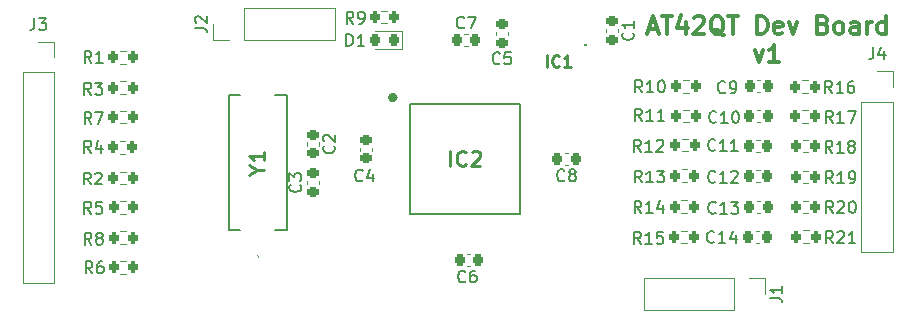
<source format=gto>
G04 #@! TF.GenerationSoftware,KiCad,Pcbnew,6.0.2+dfsg-1~bpo11+1*
G04 #@! TF.CreationDate,2022-09-15T10:15:19-04:00*
G04 #@! TF.ProjectId,at42qt148_captouch,61743432-7174-4313-9438-5f636170746f,rev?*
G04 #@! TF.SameCoordinates,Original*
G04 #@! TF.FileFunction,Legend,Top*
G04 #@! TF.FilePolarity,Positive*
%FSLAX46Y46*%
G04 Gerber Fmt 4.6, Leading zero omitted, Abs format (unit mm)*
G04 Created by KiCad (PCBNEW 6.0.2+dfsg-1~bpo11+1) date 2022-09-15 10:15:19*
%MOMM*%
%LPD*%
G01*
G04 APERTURE LIST*
G04 Aperture macros list*
%AMRoundRect*
0 Rectangle with rounded corners*
0 $1 Rounding radius*
0 $2 $3 $4 $5 $6 $7 $8 $9 X,Y pos of 4 corners*
0 Add a 4 corners polygon primitive as box body*
4,1,4,$2,$3,$4,$5,$6,$7,$8,$9,$2,$3,0*
0 Add four circle primitives for the rounded corners*
1,1,$1+$1,$2,$3*
1,1,$1+$1,$4,$5*
1,1,$1+$1,$6,$7*
1,1,$1+$1,$8,$9*
0 Add four rect primitives between the rounded corners*
20,1,$1+$1,$2,$3,$4,$5,0*
20,1,$1+$1,$4,$5,$6,$7,0*
20,1,$1+$1,$6,$7,$8,$9,0*
20,1,$1+$1,$8,$9,$2,$3,0*%
G04 Aperture macros list end*
%ADD10C,0.300000*%
%ADD11C,0.150000*%
%ADD12C,0.250000*%
%ADD13C,0.254000*%
%ADD14C,0.120000*%
%ADD15C,0.200000*%
%ADD16C,0.100000*%
%ADD17C,0.400000*%
%ADD18RoundRect,0.200000X0.200000X0.275000X-0.200000X0.275000X-0.200000X-0.275000X0.200000X-0.275000X0*%
%ADD19RoundRect,0.200000X-0.200000X-0.275000X0.200000X-0.275000X0.200000X0.275000X-0.200000X0.275000X0*%
%ADD20RoundRect,0.225000X0.250000X-0.225000X0.250000X0.225000X-0.250000X0.225000X-0.250000X-0.225000X0*%
%ADD21RoundRect,0.225000X-0.225000X-0.250000X0.225000X-0.250000X0.225000X0.250000X-0.225000X0.250000X0*%
%ADD22RoundRect,0.218750X0.218750X0.256250X-0.218750X0.256250X-0.218750X-0.256250X0.218750X-0.256250X0*%
%ADD23RoundRect,0.225000X0.225000X0.250000X-0.225000X0.250000X-0.225000X-0.250000X0.225000X-0.250000X0*%
%ADD24RoundRect,0.225000X-0.250000X0.225000X-0.250000X-0.225000X0.250000X-0.225000X0.250000X0.225000X0*%
%ADD25R,1.700000X1.700000*%
%ADD26O,1.700000X1.700000*%
%ADD27R,1.000000X0.800000*%
%ADD28R,1.000000X0.600000*%
%ADD29R,2.000000X5.500000*%
%ADD30R,1.500000X0.600000*%
%ADD31R,0.600000X1.500000*%
G04 APERTURE END LIST*
D10*
X160378571Y-84217500D02*
X161092857Y-84217500D01*
X160235714Y-84646071D02*
X160735714Y-83146071D01*
X161235714Y-84646071D01*
X161521428Y-83146071D02*
X162378571Y-83146071D01*
X161950000Y-84646071D02*
X161950000Y-83146071D01*
X163521428Y-83646071D02*
X163521428Y-84646071D01*
X163164285Y-83074642D02*
X162807142Y-84146071D01*
X163735714Y-84146071D01*
X164235714Y-83288928D02*
X164307142Y-83217500D01*
X164450000Y-83146071D01*
X164807142Y-83146071D01*
X164950000Y-83217500D01*
X165021428Y-83288928D01*
X165092857Y-83431785D01*
X165092857Y-83574642D01*
X165021428Y-83788928D01*
X164164285Y-84646071D01*
X165092857Y-84646071D01*
X166735714Y-84788928D02*
X166592857Y-84717500D01*
X166450000Y-84574642D01*
X166235714Y-84360357D01*
X166092857Y-84288928D01*
X165950000Y-84288928D01*
X166021428Y-84646071D02*
X165878571Y-84574642D01*
X165735714Y-84431785D01*
X165664285Y-84146071D01*
X165664285Y-83646071D01*
X165735714Y-83360357D01*
X165878571Y-83217500D01*
X166021428Y-83146071D01*
X166307142Y-83146071D01*
X166450000Y-83217500D01*
X166592857Y-83360357D01*
X166664285Y-83646071D01*
X166664285Y-84146071D01*
X166592857Y-84431785D01*
X166450000Y-84574642D01*
X166307142Y-84646071D01*
X166021428Y-84646071D01*
X167092857Y-83146071D02*
X167950000Y-83146071D01*
X167521428Y-84646071D02*
X167521428Y-83146071D01*
X169592857Y-84646071D02*
X169592857Y-83146071D01*
X169950000Y-83146071D01*
X170164285Y-83217500D01*
X170307142Y-83360357D01*
X170378571Y-83503214D01*
X170450000Y-83788928D01*
X170450000Y-84003214D01*
X170378571Y-84288928D01*
X170307142Y-84431785D01*
X170164285Y-84574642D01*
X169950000Y-84646071D01*
X169592857Y-84646071D01*
X171664285Y-84574642D02*
X171521428Y-84646071D01*
X171235714Y-84646071D01*
X171092857Y-84574642D01*
X171021428Y-84431785D01*
X171021428Y-83860357D01*
X171092857Y-83717500D01*
X171235714Y-83646071D01*
X171521428Y-83646071D01*
X171664285Y-83717500D01*
X171735714Y-83860357D01*
X171735714Y-84003214D01*
X171021428Y-84146071D01*
X172235714Y-83646071D02*
X172592857Y-84646071D01*
X172950000Y-83646071D01*
X175164285Y-83860357D02*
X175378571Y-83931785D01*
X175450000Y-84003214D01*
X175521428Y-84146071D01*
X175521428Y-84360357D01*
X175450000Y-84503214D01*
X175378571Y-84574642D01*
X175235714Y-84646071D01*
X174664285Y-84646071D01*
X174664285Y-83146071D01*
X175164285Y-83146071D01*
X175307142Y-83217500D01*
X175378571Y-83288928D01*
X175450000Y-83431785D01*
X175450000Y-83574642D01*
X175378571Y-83717500D01*
X175307142Y-83788928D01*
X175164285Y-83860357D01*
X174664285Y-83860357D01*
X176378571Y-84646071D02*
X176235714Y-84574642D01*
X176164285Y-84503214D01*
X176092857Y-84360357D01*
X176092857Y-83931785D01*
X176164285Y-83788928D01*
X176235714Y-83717500D01*
X176378571Y-83646071D01*
X176592857Y-83646071D01*
X176735714Y-83717500D01*
X176807142Y-83788928D01*
X176878571Y-83931785D01*
X176878571Y-84360357D01*
X176807142Y-84503214D01*
X176735714Y-84574642D01*
X176592857Y-84646071D01*
X176378571Y-84646071D01*
X178164285Y-84646071D02*
X178164285Y-83860357D01*
X178092857Y-83717500D01*
X177950000Y-83646071D01*
X177664285Y-83646071D01*
X177521428Y-83717500D01*
X178164285Y-84574642D02*
X178021428Y-84646071D01*
X177664285Y-84646071D01*
X177521428Y-84574642D01*
X177450000Y-84431785D01*
X177450000Y-84288928D01*
X177521428Y-84146071D01*
X177664285Y-84074642D01*
X178021428Y-84074642D01*
X178164285Y-84003214D01*
X178878571Y-84646071D02*
X178878571Y-83646071D01*
X178878571Y-83931785D02*
X178950000Y-83788928D01*
X179021428Y-83717500D01*
X179164285Y-83646071D01*
X179307142Y-83646071D01*
X180450000Y-84646071D02*
X180450000Y-83146071D01*
X180450000Y-84574642D02*
X180307142Y-84646071D01*
X180021428Y-84646071D01*
X179878571Y-84574642D01*
X179807142Y-84503214D01*
X179735714Y-84360357D01*
X179735714Y-83931785D01*
X179807142Y-83788928D01*
X179878571Y-83717500D01*
X180021428Y-83646071D01*
X180307142Y-83646071D01*
X180450000Y-83717500D01*
X169378571Y-86061071D02*
X169735714Y-87061071D01*
X170092857Y-86061071D01*
X171450000Y-87061071D02*
X170592857Y-87061071D01*
X171021428Y-87061071D02*
X171021428Y-85561071D01*
X170878571Y-85775357D01*
X170735714Y-85918214D01*
X170592857Y-85989642D01*
D11*
X159732142Y-102427380D02*
X159398809Y-101951190D01*
X159160714Y-102427380D02*
X159160714Y-101427380D01*
X159541666Y-101427380D01*
X159636904Y-101475000D01*
X159684523Y-101522619D01*
X159732142Y-101617857D01*
X159732142Y-101760714D01*
X159684523Y-101855952D01*
X159636904Y-101903571D01*
X159541666Y-101951190D01*
X159160714Y-101951190D01*
X160684523Y-102427380D02*
X160113095Y-102427380D01*
X160398809Y-102427380D02*
X160398809Y-101427380D01*
X160303571Y-101570238D01*
X160208333Y-101665476D01*
X160113095Y-101713095D01*
X161589285Y-101427380D02*
X161113095Y-101427380D01*
X161065476Y-101903571D01*
X161113095Y-101855952D01*
X161208333Y-101808333D01*
X161446428Y-101808333D01*
X161541666Y-101855952D01*
X161589285Y-101903571D01*
X161636904Y-101998809D01*
X161636904Y-102236904D01*
X161589285Y-102332142D01*
X161541666Y-102379761D01*
X161446428Y-102427380D01*
X161208333Y-102427380D01*
X161113095Y-102379761D01*
X161065476Y-102332142D01*
X135383333Y-83777380D02*
X135050000Y-83301190D01*
X134811904Y-83777380D02*
X134811904Y-82777380D01*
X135192857Y-82777380D01*
X135288095Y-82825000D01*
X135335714Y-82872619D01*
X135383333Y-82967857D01*
X135383333Y-83110714D01*
X135335714Y-83205952D01*
X135288095Y-83253571D01*
X135192857Y-83301190D01*
X134811904Y-83301190D01*
X135859523Y-83777380D02*
X136050000Y-83777380D01*
X136145238Y-83729761D01*
X136192857Y-83682142D01*
X136288095Y-83539285D01*
X136335714Y-83348809D01*
X136335714Y-82967857D01*
X136288095Y-82872619D01*
X136240476Y-82825000D01*
X136145238Y-82777380D01*
X135954761Y-82777380D01*
X135859523Y-82825000D01*
X135811904Y-82872619D01*
X135764285Y-82967857D01*
X135764285Y-83205952D01*
X135811904Y-83301190D01*
X135859523Y-83348809D01*
X135954761Y-83396428D01*
X136145238Y-83396428D01*
X136240476Y-83348809D01*
X136288095Y-83301190D01*
X136335714Y-83205952D01*
X147783333Y-87132142D02*
X147735714Y-87179761D01*
X147592857Y-87227380D01*
X147497619Y-87227380D01*
X147354761Y-87179761D01*
X147259523Y-87084523D01*
X147211904Y-86989285D01*
X147164285Y-86798809D01*
X147164285Y-86655952D01*
X147211904Y-86465476D01*
X147259523Y-86370238D01*
X147354761Y-86275000D01*
X147497619Y-86227380D01*
X147592857Y-86227380D01*
X147735714Y-86275000D01*
X147783333Y-86322619D01*
X148688095Y-86227380D02*
X148211904Y-86227380D01*
X148164285Y-86703571D01*
X148211904Y-86655952D01*
X148307142Y-86608333D01*
X148545238Y-86608333D01*
X148640476Y-86655952D01*
X148688095Y-86703571D01*
X148735714Y-86798809D01*
X148735714Y-87036904D01*
X148688095Y-87132142D01*
X148640476Y-87179761D01*
X148545238Y-87227380D01*
X148307142Y-87227380D01*
X148211904Y-87179761D01*
X148164285Y-87132142D01*
X113208333Y-92277380D02*
X112875000Y-91801190D01*
X112636904Y-92277380D02*
X112636904Y-91277380D01*
X113017857Y-91277380D01*
X113113095Y-91325000D01*
X113160714Y-91372619D01*
X113208333Y-91467857D01*
X113208333Y-91610714D01*
X113160714Y-91705952D01*
X113113095Y-91753571D01*
X113017857Y-91801190D01*
X112636904Y-91801190D01*
X113541666Y-91277380D02*
X114208333Y-91277380D01*
X113779761Y-92277380D01*
X113208333Y-102502380D02*
X112875000Y-102026190D01*
X112636904Y-102502380D02*
X112636904Y-101502380D01*
X113017857Y-101502380D01*
X113113095Y-101550000D01*
X113160714Y-101597619D01*
X113208333Y-101692857D01*
X113208333Y-101835714D01*
X113160714Y-101930952D01*
X113113095Y-101978571D01*
X113017857Y-102026190D01*
X112636904Y-102026190D01*
X113779761Y-101930952D02*
X113684523Y-101883333D01*
X113636904Y-101835714D01*
X113589285Y-101740476D01*
X113589285Y-101692857D01*
X113636904Y-101597619D01*
X113684523Y-101550000D01*
X113779761Y-101502380D01*
X113970238Y-101502380D01*
X114065476Y-101550000D01*
X114113095Y-101597619D01*
X114160714Y-101692857D01*
X114160714Y-101740476D01*
X114113095Y-101835714D01*
X114065476Y-101883333D01*
X113970238Y-101930952D01*
X113779761Y-101930952D01*
X113684523Y-101978571D01*
X113636904Y-102026190D01*
X113589285Y-102121428D01*
X113589285Y-102311904D01*
X113636904Y-102407142D01*
X113684523Y-102454761D01*
X113779761Y-102502380D01*
X113970238Y-102502380D01*
X114065476Y-102454761D01*
X114113095Y-102407142D01*
X114160714Y-102311904D01*
X114160714Y-102121428D01*
X114113095Y-102026190D01*
X114065476Y-101978571D01*
X113970238Y-101930952D01*
X159807142Y-97227380D02*
X159473809Y-96751190D01*
X159235714Y-97227380D02*
X159235714Y-96227380D01*
X159616666Y-96227380D01*
X159711904Y-96275000D01*
X159759523Y-96322619D01*
X159807142Y-96417857D01*
X159807142Y-96560714D01*
X159759523Y-96655952D01*
X159711904Y-96703571D01*
X159616666Y-96751190D01*
X159235714Y-96751190D01*
X160759523Y-97227380D02*
X160188095Y-97227380D01*
X160473809Y-97227380D02*
X160473809Y-96227380D01*
X160378571Y-96370238D01*
X160283333Y-96465476D01*
X160188095Y-96513095D01*
X161092857Y-96227380D02*
X161711904Y-96227380D01*
X161378571Y-96608333D01*
X161521428Y-96608333D01*
X161616666Y-96655952D01*
X161664285Y-96703571D01*
X161711904Y-96798809D01*
X161711904Y-97036904D01*
X161664285Y-97132142D01*
X161616666Y-97179761D01*
X161521428Y-97227380D01*
X161235714Y-97227380D01*
X161140476Y-97179761D01*
X161092857Y-97132142D01*
X166107142Y-92107142D02*
X166059523Y-92154761D01*
X165916666Y-92202380D01*
X165821428Y-92202380D01*
X165678571Y-92154761D01*
X165583333Y-92059523D01*
X165535714Y-91964285D01*
X165488095Y-91773809D01*
X165488095Y-91630952D01*
X165535714Y-91440476D01*
X165583333Y-91345238D01*
X165678571Y-91250000D01*
X165821428Y-91202380D01*
X165916666Y-91202380D01*
X166059523Y-91250000D01*
X166107142Y-91297619D01*
X167059523Y-92202380D02*
X166488095Y-92202380D01*
X166773809Y-92202380D02*
X166773809Y-91202380D01*
X166678571Y-91345238D01*
X166583333Y-91440476D01*
X166488095Y-91488095D01*
X167678571Y-91202380D02*
X167773809Y-91202380D01*
X167869047Y-91250000D01*
X167916666Y-91297619D01*
X167964285Y-91392857D01*
X168011904Y-91583333D01*
X168011904Y-91821428D01*
X167964285Y-92011904D01*
X167916666Y-92107142D01*
X167869047Y-92154761D01*
X167773809Y-92202380D01*
X167678571Y-92202380D01*
X167583333Y-92154761D01*
X167535714Y-92107142D01*
X167488095Y-92011904D01*
X167440476Y-91821428D01*
X167440476Y-91583333D01*
X167488095Y-91392857D01*
X167535714Y-91297619D01*
X167583333Y-91250000D01*
X167678571Y-91202380D01*
X134786904Y-85677380D02*
X134786904Y-84677380D01*
X135025000Y-84677380D01*
X135167857Y-84725000D01*
X135263095Y-84820238D01*
X135310714Y-84915476D01*
X135358333Y-85105952D01*
X135358333Y-85248809D01*
X135310714Y-85439285D01*
X135263095Y-85534523D01*
X135167857Y-85629761D01*
X135025000Y-85677380D01*
X134786904Y-85677380D01*
X136310714Y-85677380D02*
X135739285Y-85677380D01*
X136025000Y-85677380D02*
X136025000Y-84677380D01*
X135929761Y-84820238D01*
X135834523Y-84915476D01*
X135739285Y-84963095D01*
X159757142Y-99802380D02*
X159423809Y-99326190D01*
X159185714Y-99802380D02*
X159185714Y-98802380D01*
X159566666Y-98802380D01*
X159661904Y-98850000D01*
X159709523Y-98897619D01*
X159757142Y-98992857D01*
X159757142Y-99135714D01*
X159709523Y-99230952D01*
X159661904Y-99278571D01*
X159566666Y-99326190D01*
X159185714Y-99326190D01*
X160709523Y-99802380D02*
X160138095Y-99802380D01*
X160423809Y-99802380D02*
X160423809Y-98802380D01*
X160328571Y-98945238D01*
X160233333Y-99040476D01*
X160138095Y-99088095D01*
X161566666Y-99135714D02*
X161566666Y-99802380D01*
X161328571Y-98754761D02*
X161090476Y-99469047D01*
X161709523Y-99469047D01*
X175957142Y-92177380D02*
X175623809Y-91701190D01*
X175385714Y-92177380D02*
X175385714Y-91177380D01*
X175766666Y-91177380D01*
X175861904Y-91225000D01*
X175909523Y-91272619D01*
X175957142Y-91367857D01*
X175957142Y-91510714D01*
X175909523Y-91605952D01*
X175861904Y-91653571D01*
X175766666Y-91701190D01*
X175385714Y-91701190D01*
X176909523Y-92177380D02*
X176338095Y-92177380D01*
X176623809Y-92177380D02*
X176623809Y-91177380D01*
X176528571Y-91320238D01*
X176433333Y-91415476D01*
X176338095Y-91463095D01*
X177242857Y-91177380D02*
X177909523Y-91177380D01*
X177480952Y-92177380D01*
X130877142Y-97416666D02*
X130924761Y-97464285D01*
X130972380Y-97607142D01*
X130972380Y-97702380D01*
X130924761Y-97845238D01*
X130829523Y-97940476D01*
X130734285Y-97988095D01*
X130543809Y-98035714D01*
X130400952Y-98035714D01*
X130210476Y-97988095D01*
X130115238Y-97940476D01*
X130020000Y-97845238D01*
X129972380Y-97702380D01*
X129972380Y-97607142D01*
X130020000Y-97464285D01*
X130067619Y-97416666D01*
X129972380Y-97083333D02*
X129972380Y-96464285D01*
X130353333Y-96797619D01*
X130353333Y-96654761D01*
X130400952Y-96559523D01*
X130448571Y-96511904D01*
X130543809Y-96464285D01*
X130781904Y-96464285D01*
X130877142Y-96511904D01*
X130924761Y-96559523D01*
X130972380Y-96654761D01*
X130972380Y-96940476D01*
X130924761Y-97035714D01*
X130877142Y-97083333D01*
X153258333Y-97037142D02*
X153210714Y-97084761D01*
X153067857Y-97132380D01*
X152972619Y-97132380D01*
X152829761Y-97084761D01*
X152734523Y-96989523D01*
X152686904Y-96894285D01*
X152639285Y-96703809D01*
X152639285Y-96560952D01*
X152686904Y-96370476D01*
X152734523Y-96275238D01*
X152829761Y-96180000D01*
X152972619Y-96132380D01*
X153067857Y-96132380D01*
X153210714Y-96180000D01*
X153258333Y-96227619D01*
X153829761Y-96560952D02*
X153734523Y-96513333D01*
X153686904Y-96465714D01*
X153639285Y-96370476D01*
X153639285Y-96322857D01*
X153686904Y-96227619D01*
X153734523Y-96180000D01*
X153829761Y-96132380D01*
X154020238Y-96132380D01*
X154115476Y-96180000D01*
X154163095Y-96227619D01*
X154210714Y-96322857D01*
X154210714Y-96370476D01*
X154163095Y-96465714D01*
X154115476Y-96513333D01*
X154020238Y-96560952D01*
X153829761Y-96560952D01*
X153734523Y-96608571D01*
X153686904Y-96656190D01*
X153639285Y-96751428D01*
X153639285Y-96941904D01*
X153686904Y-97037142D01*
X153734523Y-97084761D01*
X153829761Y-97132380D01*
X154020238Y-97132380D01*
X154115476Y-97084761D01*
X154163095Y-97037142D01*
X154210714Y-96941904D01*
X154210714Y-96751428D01*
X154163095Y-96656190D01*
X154115476Y-96608571D01*
X154020238Y-96560952D01*
X159732142Y-94627380D02*
X159398809Y-94151190D01*
X159160714Y-94627380D02*
X159160714Y-93627380D01*
X159541666Y-93627380D01*
X159636904Y-93675000D01*
X159684523Y-93722619D01*
X159732142Y-93817857D01*
X159732142Y-93960714D01*
X159684523Y-94055952D01*
X159636904Y-94103571D01*
X159541666Y-94151190D01*
X159160714Y-94151190D01*
X160684523Y-94627380D02*
X160113095Y-94627380D01*
X160398809Y-94627380D02*
X160398809Y-93627380D01*
X160303571Y-93770238D01*
X160208333Y-93865476D01*
X160113095Y-93913095D01*
X161065476Y-93722619D02*
X161113095Y-93675000D01*
X161208333Y-93627380D01*
X161446428Y-93627380D01*
X161541666Y-93675000D01*
X161589285Y-93722619D01*
X161636904Y-93817857D01*
X161636904Y-93913095D01*
X161589285Y-94055952D01*
X161017857Y-94627380D01*
X161636904Y-94627380D01*
X113133333Y-97402380D02*
X112800000Y-96926190D01*
X112561904Y-97402380D02*
X112561904Y-96402380D01*
X112942857Y-96402380D01*
X113038095Y-96450000D01*
X113085714Y-96497619D01*
X113133333Y-96592857D01*
X113133333Y-96735714D01*
X113085714Y-96830952D01*
X113038095Y-96878571D01*
X112942857Y-96926190D01*
X112561904Y-96926190D01*
X113514285Y-96497619D02*
X113561904Y-96450000D01*
X113657142Y-96402380D01*
X113895238Y-96402380D01*
X113990476Y-96450000D01*
X114038095Y-96497619D01*
X114085714Y-96592857D01*
X114085714Y-96688095D01*
X114038095Y-96830952D01*
X113466666Y-97402380D01*
X114085714Y-97402380D01*
X166858333Y-89582142D02*
X166810714Y-89629761D01*
X166667857Y-89677380D01*
X166572619Y-89677380D01*
X166429761Y-89629761D01*
X166334523Y-89534523D01*
X166286904Y-89439285D01*
X166239285Y-89248809D01*
X166239285Y-89105952D01*
X166286904Y-88915476D01*
X166334523Y-88820238D01*
X166429761Y-88725000D01*
X166572619Y-88677380D01*
X166667857Y-88677380D01*
X166810714Y-88725000D01*
X166858333Y-88772619D01*
X167334523Y-89677380D02*
X167525000Y-89677380D01*
X167620238Y-89629761D01*
X167667857Y-89582142D01*
X167763095Y-89439285D01*
X167810714Y-89248809D01*
X167810714Y-88867857D01*
X167763095Y-88772619D01*
X167715476Y-88725000D01*
X167620238Y-88677380D01*
X167429761Y-88677380D01*
X167334523Y-88725000D01*
X167286904Y-88772619D01*
X167239285Y-88867857D01*
X167239285Y-89105952D01*
X167286904Y-89201190D01*
X167334523Y-89248809D01*
X167429761Y-89296428D01*
X167620238Y-89296428D01*
X167715476Y-89248809D01*
X167763095Y-89201190D01*
X167810714Y-89105952D01*
X166032142Y-97157142D02*
X165984523Y-97204761D01*
X165841666Y-97252380D01*
X165746428Y-97252380D01*
X165603571Y-97204761D01*
X165508333Y-97109523D01*
X165460714Y-97014285D01*
X165413095Y-96823809D01*
X165413095Y-96680952D01*
X165460714Y-96490476D01*
X165508333Y-96395238D01*
X165603571Y-96300000D01*
X165746428Y-96252380D01*
X165841666Y-96252380D01*
X165984523Y-96300000D01*
X166032142Y-96347619D01*
X166984523Y-97252380D02*
X166413095Y-97252380D01*
X166698809Y-97252380D02*
X166698809Y-96252380D01*
X166603571Y-96395238D01*
X166508333Y-96490476D01*
X166413095Y-96538095D01*
X167365476Y-96347619D02*
X167413095Y-96300000D01*
X167508333Y-96252380D01*
X167746428Y-96252380D01*
X167841666Y-96300000D01*
X167889285Y-96347619D01*
X167936904Y-96442857D01*
X167936904Y-96538095D01*
X167889285Y-96680952D01*
X167317857Y-97252380D01*
X167936904Y-97252380D01*
X113183333Y-99877380D02*
X112850000Y-99401190D01*
X112611904Y-99877380D02*
X112611904Y-98877380D01*
X112992857Y-98877380D01*
X113088095Y-98925000D01*
X113135714Y-98972619D01*
X113183333Y-99067857D01*
X113183333Y-99210714D01*
X113135714Y-99305952D01*
X113088095Y-99353571D01*
X112992857Y-99401190D01*
X112611904Y-99401190D01*
X114088095Y-98877380D02*
X113611904Y-98877380D01*
X113564285Y-99353571D01*
X113611904Y-99305952D01*
X113707142Y-99258333D01*
X113945238Y-99258333D01*
X114040476Y-99305952D01*
X114088095Y-99353571D01*
X114135714Y-99448809D01*
X114135714Y-99686904D01*
X114088095Y-99782142D01*
X114040476Y-99829761D01*
X113945238Y-99877380D01*
X113707142Y-99877380D01*
X113611904Y-99829761D01*
X113564285Y-99782142D01*
X159037142Y-84541666D02*
X159084761Y-84589285D01*
X159132380Y-84732142D01*
X159132380Y-84827380D01*
X159084761Y-84970238D01*
X158989523Y-85065476D01*
X158894285Y-85113095D01*
X158703809Y-85160714D01*
X158560952Y-85160714D01*
X158370476Y-85113095D01*
X158275238Y-85065476D01*
X158180000Y-84970238D01*
X158132380Y-84827380D01*
X158132380Y-84732142D01*
X158180000Y-84589285D01*
X158227619Y-84541666D01*
X159132380Y-83589285D02*
X159132380Y-84160714D01*
X159132380Y-83875000D02*
X158132380Y-83875000D01*
X158275238Y-83970238D01*
X158370476Y-84065476D01*
X158418095Y-84160714D01*
X144758333Y-84102142D02*
X144710714Y-84149761D01*
X144567857Y-84197380D01*
X144472619Y-84197380D01*
X144329761Y-84149761D01*
X144234523Y-84054523D01*
X144186904Y-83959285D01*
X144139285Y-83768809D01*
X144139285Y-83625952D01*
X144186904Y-83435476D01*
X144234523Y-83340238D01*
X144329761Y-83245000D01*
X144472619Y-83197380D01*
X144567857Y-83197380D01*
X144710714Y-83245000D01*
X144758333Y-83292619D01*
X145091666Y-83197380D02*
X145758333Y-83197380D01*
X145329761Y-84197380D01*
X136158333Y-97057142D02*
X136110714Y-97104761D01*
X135967857Y-97152380D01*
X135872619Y-97152380D01*
X135729761Y-97104761D01*
X135634523Y-97009523D01*
X135586904Y-96914285D01*
X135539285Y-96723809D01*
X135539285Y-96580952D01*
X135586904Y-96390476D01*
X135634523Y-96295238D01*
X135729761Y-96200000D01*
X135872619Y-96152380D01*
X135967857Y-96152380D01*
X136110714Y-96200000D01*
X136158333Y-96247619D01*
X137015476Y-96485714D02*
X137015476Y-97152380D01*
X136777380Y-96104761D02*
X136539285Y-96819047D01*
X137158333Y-96819047D01*
X175982142Y-102377380D02*
X175648809Y-101901190D01*
X175410714Y-102377380D02*
X175410714Y-101377380D01*
X175791666Y-101377380D01*
X175886904Y-101425000D01*
X175934523Y-101472619D01*
X175982142Y-101567857D01*
X175982142Y-101710714D01*
X175934523Y-101805952D01*
X175886904Y-101853571D01*
X175791666Y-101901190D01*
X175410714Y-101901190D01*
X176363095Y-101472619D02*
X176410714Y-101425000D01*
X176505952Y-101377380D01*
X176744047Y-101377380D01*
X176839285Y-101425000D01*
X176886904Y-101472619D01*
X176934523Y-101567857D01*
X176934523Y-101663095D01*
X176886904Y-101805952D01*
X176315476Y-102377380D01*
X176934523Y-102377380D01*
X177886904Y-102377380D02*
X177315476Y-102377380D01*
X177601190Y-102377380D02*
X177601190Y-101377380D01*
X177505952Y-101520238D01*
X177410714Y-101615476D01*
X177315476Y-101663095D01*
X175982142Y-97302380D02*
X175648809Y-96826190D01*
X175410714Y-97302380D02*
X175410714Y-96302380D01*
X175791666Y-96302380D01*
X175886904Y-96350000D01*
X175934523Y-96397619D01*
X175982142Y-96492857D01*
X175982142Y-96635714D01*
X175934523Y-96730952D01*
X175886904Y-96778571D01*
X175791666Y-96826190D01*
X175410714Y-96826190D01*
X176934523Y-97302380D02*
X176363095Y-97302380D01*
X176648809Y-97302380D02*
X176648809Y-96302380D01*
X176553571Y-96445238D01*
X176458333Y-96540476D01*
X176363095Y-96588095D01*
X177410714Y-97302380D02*
X177601190Y-97302380D01*
X177696428Y-97254761D01*
X177744047Y-97207142D01*
X177839285Y-97064285D01*
X177886904Y-96873809D01*
X177886904Y-96492857D01*
X177839285Y-96397619D01*
X177791666Y-96350000D01*
X177696428Y-96302380D01*
X177505952Y-96302380D01*
X177410714Y-96350000D01*
X177363095Y-96397619D01*
X177315476Y-96492857D01*
X177315476Y-96730952D01*
X177363095Y-96826190D01*
X177410714Y-96873809D01*
X177505952Y-96921428D01*
X177696428Y-96921428D01*
X177791666Y-96873809D01*
X177839285Y-96826190D01*
X177886904Y-96730952D01*
X108366666Y-83327380D02*
X108366666Y-84041666D01*
X108319047Y-84184523D01*
X108223809Y-84279761D01*
X108080952Y-84327380D01*
X107985714Y-84327380D01*
X108747619Y-83327380D02*
X109366666Y-83327380D01*
X109033333Y-83708333D01*
X109176190Y-83708333D01*
X109271428Y-83755952D01*
X109319047Y-83803571D01*
X109366666Y-83898809D01*
X109366666Y-84136904D01*
X109319047Y-84232142D01*
X109271428Y-84279761D01*
X109176190Y-84327380D01*
X108890476Y-84327380D01*
X108795238Y-84279761D01*
X108747619Y-84232142D01*
X175907142Y-89652380D02*
X175573809Y-89176190D01*
X175335714Y-89652380D02*
X175335714Y-88652380D01*
X175716666Y-88652380D01*
X175811904Y-88700000D01*
X175859523Y-88747619D01*
X175907142Y-88842857D01*
X175907142Y-88985714D01*
X175859523Y-89080952D01*
X175811904Y-89128571D01*
X175716666Y-89176190D01*
X175335714Y-89176190D01*
X176859523Y-89652380D02*
X176288095Y-89652380D01*
X176573809Y-89652380D02*
X176573809Y-88652380D01*
X176478571Y-88795238D01*
X176383333Y-88890476D01*
X176288095Y-88938095D01*
X177716666Y-88652380D02*
X177526190Y-88652380D01*
X177430952Y-88700000D01*
X177383333Y-88747619D01*
X177288095Y-88890476D01*
X177240476Y-89080952D01*
X177240476Y-89461904D01*
X177288095Y-89557142D01*
X177335714Y-89604761D01*
X177430952Y-89652380D01*
X177621428Y-89652380D01*
X177716666Y-89604761D01*
X177764285Y-89557142D01*
X177811904Y-89461904D01*
X177811904Y-89223809D01*
X177764285Y-89128571D01*
X177716666Y-89080952D01*
X177621428Y-89033333D01*
X177430952Y-89033333D01*
X177335714Y-89080952D01*
X177288095Y-89128571D01*
X177240476Y-89223809D01*
X144858333Y-105607142D02*
X144810714Y-105654761D01*
X144667857Y-105702380D01*
X144572619Y-105702380D01*
X144429761Y-105654761D01*
X144334523Y-105559523D01*
X144286904Y-105464285D01*
X144239285Y-105273809D01*
X144239285Y-105130952D01*
X144286904Y-104940476D01*
X144334523Y-104845238D01*
X144429761Y-104750000D01*
X144572619Y-104702380D01*
X144667857Y-104702380D01*
X144810714Y-104750000D01*
X144858333Y-104797619D01*
X145715476Y-104702380D02*
X145525000Y-104702380D01*
X145429761Y-104750000D01*
X145382142Y-104797619D01*
X145286904Y-104940476D01*
X145239285Y-105130952D01*
X145239285Y-105511904D01*
X145286904Y-105607142D01*
X145334523Y-105654761D01*
X145429761Y-105702380D01*
X145620238Y-105702380D01*
X145715476Y-105654761D01*
X145763095Y-105607142D01*
X145810714Y-105511904D01*
X145810714Y-105273809D01*
X145763095Y-105178571D01*
X145715476Y-105130952D01*
X145620238Y-105083333D01*
X145429761Y-105083333D01*
X145334523Y-105130952D01*
X145286904Y-105178571D01*
X145239285Y-105273809D01*
D12*
X151773809Y-87452380D02*
X151773809Y-86452380D01*
X152821428Y-87357142D02*
X152773809Y-87404761D01*
X152630952Y-87452380D01*
X152535714Y-87452380D01*
X152392857Y-87404761D01*
X152297619Y-87309523D01*
X152250000Y-87214285D01*
X152202380Y-87023809D01*
X152202380Y-86880952D01*
X152250000Y-86690476D01*
X152297619Y-86595238D01*
X152392857Y-86500000D01*
X152535714Y-86452380D01*
X152630952Y-86452380D01*
X152773809Y-86500000D01*
X152821428Y-86547619D01*
X153773809Y-87452380D02*
X153202380Y-87452380D01*
X153488095Y-87452380D02*
X153488095Y-86452380D01*
X153392857Y-86595238D01*
X153297619Y-86690476D01*
X153202380Y-86738095D01*
D11*
X113183333Y-89802380D02*
X112850000Y-89326190D01*
X112611904Y-89802380D02*
X112611904Y-88802380D01*
X112992857Y-88802380D01*
X113088095Y-88850000D01*
X113135714Y-88897619D01*
X113183333Y-88992857D01*
X113183333Y-89135714D01*
X113135714Y-89230952D01*
X113088095Y-89278571D01*
X112992857Y-89326190D01*
X112611904Y-89326190D01*
X113516666Y-88802380D02*
X114135714Y-88802380D01*
X113802380Y-89183333D01*
X113945238Y-89183333D01*
X114040476Y-89230952D01*
X114088095Y-89278571D01*
X114135714Y-89373809D01*
X114135714Y-89611904D01*
X114088095Y-89707142D01*
X114040476Y-89754761D01*
X113945238Y-89802380D01*
X113659523Y-89802380D01*
X113564285Y-89754761D01*
X113516666Y-89707142D01*
X113208333Y-87102380D02*
X112875000Y-86626190D01*
X112636904Y-87102380D02*
X112636904Y-86102380D01*
X113017857Y-86102380D01*
X113113095Y-86150000D01*
X113160714Y-86197619D01*
X113208333Y-86292857D01*
X113208333Y-86435714D01*
X113160714Y-86530952D01*
X113113095Y-86578571D01*
X113017857Y-86626190D01*
X112636904Y-86626190D01*
X114160714Y-87102380D02*
X113589285Y-87102380D01*
X113875000Y-87102380D02*
X113875000Y-86102380D01*
X113779761Y-86245238D01*
X113684523Y-86340476D01*
X113589285Y-86388095D01*
X159832142Y-89602380D02*
X159498809Y-89126190D01*
X159260714Y-89602380D02*
X159260714Y-88602380D01*
X159641666Y-88602380D01*
X159736904Y-88650000D01*
X159784523Y-88697619D01*
X159832142Y-88792857D01*
X159832142Y-88935714D01*
X159784523Y-89030952D01*
X159736904Y-89078571D01*
X159641666Y-89126190D01*
X159260714Y-89126190D01*
X160784523Y-89602380D02*
X160213095Y-89602380D01*
X160498809Y-89602380D02*
X160498809Y-88602380D01*
X160403571Y-88745238D01*
X160308333Y-88840476D01*
X160213095Y-88888095D01*
X161403571Y-88602380D02*
X161498809Y-88602380D01*
X161594047Y-88650000D01*
X161641666Y-88697619D01*
X161689285Y-88792857D01*
X161736904Y-88983333D01*
X161736904Y-89221428D01*
X161689285Y-89411904D01*
X161641666Y-89507142D01*
X161594047Y-89554761D01*
X161498809Y-89602380D01*
X161403571Y-89602380D01*
X161308333Y-89554761D01*
X161260714Y-89507142D01*
X161213095Y-89411904D01*
X161165476Y-89221428D01*
X161165476Y-88983333D01*
X161213095Y-88792857D01*
X161260714Y-88697619D01*
X161308333Y-88650000D01*
X161403571Y-88602380D01*
X166057142Y-99782142D02*
X166009523Y-99829761D01*
X165866666Y-99877380D01*
X165771428Y-99877380D01*
X165628571Y-99829761D01*
X165533333Y-99734523D01*
X165485714Y-99639285D01*
X165438095Y-99448809D01*
X165438095Y-99305952D01*
X165485714Y-99115476D01*
X165533333Y-99020238D01*
X165628571Y-98925000D01*
X165771428Y-98877380D01*
X165866666Y-98877380D01*
X166009523Y-98925000D01*
X166057142Y-98972619D01*
X167009523Y-99877380D02*
X166438095Y-99877380D01*
X166723809Y-99877380D02*
X166723809Y-98877380D01*
X166628571Y-99020238D01*
X166533333Y-99115476D01*
X166438095Y-99163095D01*
X167342857Y-98877380D02*
X167961904Y-98877380D01*
X167628571Y-99258333D01*
X167771428Y-99258333D01*
X167866666Y-99305952D01*
X167914285Y-99353571D01*
X167961904Y-99448809D01*
X167961904Y-99686904D01*
X167914285Y-99782142D01*
X167866666Y-99829761D01*
X167771428Y-99877380D01*
X167485714Y-99877380D01*
X167390476Y-99829761D01*
X167342857Y-99782142D01*
X179391666Y-85807380D02*
X179391666Y-86521666D01*
X179344047Y-86664523D01*
X179248809Y-86759761D01*
X179105952Y-86807380D01*
X179010714Y-86807380D01*
X180296428Y-86140714D02*
X180296428Y-86807380D01*
X180058333Y-85759761D02*
X179820238Y-86474047D01*
X180439285Y-86474047D01*
X170682380Y-107013333D02*
X171396666Y-107013333D01*
X171539523Y-107060952D01*
X171634761Y-107156190D01*
X171682380Y-107299047D01*
X171682380Y-107394285D01*
X171682380Y-106013333D02*
X171682380Y-106584761D01*
X171682380Y-106299047D02*
X170682380Y-106299047D01*
X170825238Y-106394285D01*
X170920476Y-106489523D01*
X170968095Y-106584761D01*
X121972380Y-84153333D02*
X122686666Y-84153333D01*
X122829523Y-84200952D01*
X122924761Y-84296190D01*
X122972380Y-84439047D01*
X122972380Y-84534285D01*
X122067619Y-83724761D02*
X122020000Y-83677142D01*
X121972380Y-83581904D01*
X121972380Y-83343809D01*
X122020000Y-83248571D01*
X122067619Y-83200952D01*
X122162857Y-83153333D01*
X122258095Y-83153333D01*
X122400952Y-83200952D01*
X122972380Y-83772380D01*
X122972380Y-83153333D01*
X176007142Y-99802380D02*
X175673809Y-99326190D01*
X175435714Y-99802380D02*
X175435714Y-98802380D01*
X175816666Y-98802380D01*
X175911904Y-98850000D01*
X175959523Y-98897619D01*
X176007142Y-98992857D01*
X176007142Y-99135714D01*
X175959523Y-99230952D01*
X175911904Y-99278571D01*
X175816666Y-99326190D01*
X175435714Y-99326190D01*
X176388095Y-98897619D02*
X176435714Y-98850000D01*
X176530952Y-98802380D01*
X176769047Y-98802380D01*
X176864285Y-98850000D01*
X176911904Y-98897619D01*
X176959523Y-98992857D01*
X176959523Y-99088095D01*
X176911904Y-99230952D01*
X176340476Y-99802380D01*
X176959523Y-99802380D01*
X177578571Y-98802380D02*
X177673809Y-98802380D01*
X177769047Y-98850000D01*
X177816666Y-98897619D01*
X177864285Y-98992857D01*
X177911904Y-99183333D01*
X177911904Y-99421428D01*
X177864285Y-99611904D01*
X177816666Y-99707142D01*
X177769047Y-99754761D01*
X177673809Y-99802380D01*
X177578571Y-99802380D01*
X177483333Y-99754761D01*
X177435714Y-99707142D01*
X177388095Y-99611904D01*
X177340476Y-99421428D01*
X177340476Y-99183333D01*
X177388095Y-98992857D01*
X177435714Y-98897619D01*
X177483333Y-98850000D01*
X177578571Y-98802380D01*
X113283333Y-104927380D02*
X112950000Y-104451190D01*
X112711904Y-104927380D02*
X112711904Y-103927380D01*
X113092857Y-103927380D01*
X113188095Y-103975000D01*
X113235714Y-104022619D01*
X113283333Y-104117857D01*
X113283333Y-104260714D01*
X113235714Y-104355952D01*
X113188095Y-104403571D01*
X113092857Y-104451190D01*
X112711904Y-104451190D01*
X114140476Y-103927380D02*
X113950000Y-103927380D01*
X113854761Y-103975000D01*
X113807142Y-104022619D01*
X113711904Y-104165476D01*
X113664285Y-104355952D01*
X113664285Y-104736904D01*
X113711904Y-104832142D01*
X113759523Y-104879761D01*
X113854761Y-104927380D01*
X114045238Y-104927380D01*
X114140476Y-104879761D01*
X114188095Y-104832142D01*
X114235714Y-104736904D01*
X114235714Y-104498809D01*
X114188095Y-104403571D01*
X114140476Y-104355952D01*
X114045238Y-104308333D01*
X113854761Y-104308333D01*
X113759523Y-104355952D01*
X113711904Y-104403571D01*
X113664285Y-104498809D01*
X165932142Y-102257142D02*
X165884523Y-102304761D01*
X165741666Y-102352380D01*
X165646428Y-102352380D01*
X165503571Y-102304761D01*
X165408333Y-102209523D01*
X165360714Y-102114285D01*
X165313095Y-101923809D01*
X165313095Y-101780952D01*
X165360714Y-101590476D01*
X165408333Y-101495238D01*
X165503571Y-101400000D01*
X165646428Y-101352380D01*
X165741666Y-101352380D01*
X165884523Y-101400000D01*
X165932142Y-101447619D01*
X166884523Y-102352380D02*
X166313095Y-102352380D01*
X166598809Y-102352380D02*
X166598809Y-101352380D01*
X166503571Y-101495238D01*
X166408333Y-101590476D01*
X166313095Y-101638095D01*
X167741666Y-101685714D02*
X167741666Y-102352380D01*
X167503571Y-101304761D02*
X167265476Y-102019047D01*
X167884523Y-102019047D01*
X133737142Y-94141666D02*
X133784761Y-94189285D01*
X133832380Y-94332142D01*
X133832380Y-94427380D01*
X133784761Y-94570238D01*
X133689523Y-94665476D01*
X133594285Y-94713095D01*
X133403809Y-94760714D01*
X133260952Y-94760714D01*
X133070476Y-94713095D01*
X132975238Y-94665476D01*
X132880000Y-94570238D01*
X132832380Y-94427380D01*
X132832380Y-94332142D01*
X132880000Y-94189285D01*
X132927619Y-94141666D01*
X132927619Y-93760714D02*
X132880000Y-93713095D01*
X132832380Y-93617857D01*
X132832380Y-93379761D01*
X132880000Y-93284523D01*
X132927619Y-93236904D01*
X133022857Y-93189285D01*
X133118095Y-93189285D01*
X133260952Y-93236904D01*
X133832380Y-93808333D01*
X133832380Y-93189285D01*
D13*
X127244761Y-96154761D02*
X127849523Y-96154761D01*
X126579523Y-96578095D02*
X127244761Y-96154761D01*
X126579523Y-95731428D01*
X127849523Y-94642857D02*
X127849523Y-95368571D01*
X127849523Y-95005714D02*
X126579523Y-95005714D01*
X126760952Y-95126666D01*
X126881904Y-95247619D01*
X126942380Y-95368571D01*
D11*
X166032142Y-94482142D02*
X165984523Y-94529761D01*
X165841666Y-94577380D01*
X165746428Y-94577380D01*
X165603571Y-94529761D01*
X165508333Y-94434523D01*
X165460714Y-94339285D01*
X165413095Y-94148809D01*
X165413095Y-94005952D01*
X165460714Y-93815476D01*
X165508333Y-93720238D01*
X165603571Y-93625000D01*
X165746428Y-93577380D01*
X165841666Y-93577380D01*
X165984523Y-93625000D01*
X166032142Y-93672619D01*
X166984523Y-94577380D02*
X166413095Y-94577380D01*
X166698809Y-94577380D02*
X166698809Y-93577380D01*
X166603571Y-93720238D01*
X166508333Y-93815476D01*
X166413095Y-93863095D01*
X167936904Y-94577380D02*
X167365476Y-94577380D01*
X167651190Y-94577380D02*
X167651190Y-93577380D01*
X167555952Y-93720238D01*
X167460714Y-93815476D01*
X167365476Y-93863095D01*
X159807142Y-92002380D02*
X159473809Y-91526190D01*
X159235714Y-92002380D02*
X159235714Y-91002380D01*
X159616666Y-91002380D01*
X159711904Y-91050000D01*
X159759523Y-91097619D01*
X159807142Y-91192857D01*
X159807142Y-91335714D01*
X159759523Y-91430952D01*
X159711904Y-91478571D01*
X159616666Y-91526190D01*
X159235714Y-91526190D01*
X160759523Y-92002380D02*
X160188095Y-92002380D01*
X160473809Y-92002380D02*
X160473809Y-91002380D01*
X160378571Y-91145238D01*
X160283333Y-91240476D01*
X160188095Y-91288095D01*
X161711904Y-92002380D02*
X161140476Y-92002380D01*
X161426190Y-92002380D02*
X161426190Y-91002380D01*
X161330952Y-91145238D01*
X161235714Y-91240476D01*
X161140476Y-91288095D01*
X175932142Y-94702380D02*
X175598809Y-94226190D01*
X175360714Y-94702380D02*
X175360714Y-93702380D01*
X175741666Y-93702380D01*
X175836904Y-93750000D01*
X175884523Y-93797619D01*
X175932142Y-93892857D01*
X175932142Y-94035714D01*
X175884523Y-94130952D01*
X175836904Y-94178571D01*
X175741666Y-94226190D01*
X175360714Y-94226190D01*
X176884523Y-94702380D02*
X176313095Y-94702380D01*
X176598809Y-94702380D02*
X176598809Y-93702380D01*
X176503571Y-93845238D01*
X176408333Y-93940476D01*
X176313095Y-93988095D01*
X177455952Y-94130952D02*
X177360714Y-94083333D01*
X177313095Y-94035714D01*
X177265476Y-93940476D01*
X177265476Y-93892857D01*
X177313095Y-93797619D01*
X177360714Y-93750000D01*
X177455952Y-93702380D01*
X177646428Y-93702380D01*
X177741666Y-93750000D01*
X177789285Y-93797619D01*
X177836904Y-93892857D01*
X177836904Y-93940476D01*
X177789285Y-94035714D01*
X177741666Y-94083333D01*
X177646428Y-94130952D01*
X177455952Y-94130952D01*
X177360714Y-94178571D01*
X177313095Y-94226190D01*
X177265476Y-94321428D01*
X177265476Y-94511904D01*
X177313095Y-94607142D01*
X177360714Y-94654761D01*
X177455952Y-94702380D01*
X177646428Y-94702380D01*
X177741666Y-94654761D01*
X177789285Y-94607142D01*
X177836904Y-94511904D01*
X177836904Y-94321428D01*
X177789285Y-94226190D01*
X177741666Y-94178571D01*
X177646428Y-94130952D01*
D13*
X143585238Y-95824523D02*
X143585238Y-94554523D01*
X144915714Y-95703571D02*
X144855238Y-95764047D01*
X144673809Y-95824523D01*
X144552857Y-95824523D01*
X144371428Y-95764047D01*
X144250476Y-95643095D01*
X144190000Y-95522142D01*
X144129523Y-95280238D01*
X144129523Y-95098809D01*
X144190000Y-94856904D01*
X144250476Y-94735952D01*
X144371428Y-94615000D01*
X144552857Y-94554523D01*
X144673809Y-94554523D01*
X144855238Y-94615000D01*
X144915714Y-94675476D01*
X145399523Y-94675476D02*
X145460000Y-94615000D01*
X145580952Y-94554523D01*
X145883333Y-94554523D01*
X146004285Y-94615000D01*
X146064761Y-94675476D01*
X146125238Y-94796428D01*
X146125238Y-94917380D01*
X146064761Y-95098809D01*
X145339047Y-95824523D01*
X146125238Y-95824523D01*
D11*
X113183333Y-94702380D02*
X112850000Y-94226190D01*
X112611904Y-94702380D02*
X112611904Y-93702380D01*
X112992857Y-93702380D01*
X113088095Y-93750000D01*
X113135714Y-93797619D01*
X113183333Y-93892857D01*
X113183333Y-94035714D01*
X113135714Y-94130952D01*
X113088095Y-94178571D01*
X112992857Y-94226190D01*
X112611904Y-94226190D01*
X114040476Y-94035714D02*
X114040476Y-94702380D01*
X113802380Y-93654761D02*
X113564285Y-94369047D01*
X114183333Y-94369047D01*
D14*
X163612258Y-101352500D02*
X163137742Y-101352500D01*
X163612258Y-102397500D02*
X163137742Y-102397500D01*
X137762742Y-83772500D02*
X138237258Y-83772500D01*
X137762742Y-82727500D02*
X138237258Y-82727500D01*
X148460000Y-84765580D02*
X148460000Y-84484420D01*
X147440000Y-84765580D02*
X147440000Y-84484420D01*
X116112258Y-91177500D02*
X115637742Y-91177500D01*
X116112258Y-92222500D02*
X115637742Y-92222500D01*
X116137258Y-102422500D02*
X115662742Y-102422500D01*
X116137258Y-101377500D02*
X115662742Y-101377500D01*
X163662258Y-96127500D02*
X163187742Y-96127500D01*
X163662258Y-97172500D02*
X163187742Y-97172500D01*
X169534420Y-92135000D02*
X169815580Y-92135000D01*
X169534420Y-91115000D02*
X169815580Y-91115000D01*
X139485000Y-84440000D02*
X137200000Y-84440000D01*
X139485000Y-85910000D02*
X139485000Y-84440000D01*
X137200000Y-85910000D02*
X139485000Y-85910000D01*
X163637258Y-99797500D02*
X163162742Y-99797500D01*
X163637258Y-98752500D02*
X163162742Y-98752500D01*
X173387742Y-91127500D02*
X173862258Y-91127500D01*
X173387742Y-92172500D02*
X173862258Y-92172500D01*
X131440000Y-97390580D02*
X131440000Y-97109420D01*
X132460000Y-97390580D02*
X132460000Y-97109420D01*
X153565580Y-94740000D02*
X153284420Y-94740000D01*
X153565580Y-95760000D02*
X153284420Y-95760000D01*
X163712258Y-93552500D02*
X163237742Y-93552500D01*
X163712258Y-94597500D02*
X163237742Y-94597500D01*
X116112258Y-97372500D02*
X115637742Y-97372500D01*
X116112258Y-96327500D02*
X115637742Y-96327500D01*
X169559420Y-89610000D02*
X169840580Y-89610000D01*
X169559420Y-88590000D02*
X169840580Y-88590000D01*
X169509420Y-97235000D02*
X169790580Y-97235000D01*
X169509420Y-96215000D02*
X169790580Y-96215000D01*
X116137258Y-99872500D02*
X115662742Y-99872500D01*
X116137258Y-98827500D02*
X115662742Y-98827500D01*
X157760000Y-84234420D02*
X157760000Y-84515580D01*
X156740000Y-84234420D02*
X156740000Y-84515580D01*
X144784420Y-85685000D02*
X145065580Y-85685000D01*
X144784420Y-84665000D02*
X145065580Y-84665000D01*
X135965000Y-94284420D02*
X135965000Y-94565580D01*
X136985000Y-94284420D02*
X136985000Y-94565580D01*
X173462742Y-102347500D02*
X173937258Y-102347500D01*
X173462742Y-101302500D02*
X173937258Y-101302500D01*
X173412742Y-97272500D02*
X173887258Y-97272500D01*
X173412742Y-96227500D02*
X173887258Y-96227500D01*
X110030000Y-85315000D02*
X110030000Y-86645000D01*
X107370000Y-105755000D02*
X110030000Y-105755000D01*
X107370000Y-87915000D02*
X107370000Y-105755000D01*
X107370000Y-87915000D02*
X110030000Y-87915000D01*
X110030000Y-87915000D02*
X110030000Y-105755000D01*
X108700000Y-85315000D02*
X110030000Y-85315000D01*
X173387742Y-88602500D02*
X173862258Y-88602500D01*
X173387742Y-89647500D02*
X173862258Y-89647500D01*
X145009420Y-103290000D02*
X145290580Y-103290000D01*
X145009420Y-104310000D02*
X145290580Y-104310000D01*
D15*
X155100000Y-85575000D02*
X155100000Y-85575000D01*
X155000000Y-85575000D02*
X155000000Y-85575000D01*
X155000000Y-85575000D02*
X155000000Y-85575000D01*
X155000000Y-85575000D02*
G75*
G03*
X155100000Y-85575000I50000J0D01*
G01*
X155100000Y-85575000D02*
G75*
G03*
X155000000Y-85575000I-50000J0D01*
G01*
X155000000Y-85575000D02*
G75*
G03*
X155100000Y-85575000I50000J0D01*
G01*
D14*
X116112258Y-88677500D02*
X115637742Y-88677500D01*
X116112258Y-89722500D02*
X115637742Y-89722500D01*
X116112258Y-87172500D02*
X115637742Y-87172500D01*
X116112258Y-86127500D02*
X115637742Y-86127500D01*
X163762258Y-88577500D02*
X163287742Y-88577500D01*
X163762258Y-89622500D02*
X163287742Y-89622500D01*
X169534420Y-98790000D02*
X169815580Y-98790000D01*
X169534420Y-99810000D02*
X169815580Y-99810000D01*
X179725000Y-87795000D02*
X181055000Y-87795000D01*
X178395000Y-103155000D02*
X181055000Y-103155000D01*
X181055000Y-90395000D02*
X181055000Y-103155000D01*
X181055000Y-87795000D02*
X181055000Y-89125000D01*
X178395000Y-90395000D02*
X178395000Y-103155000D01*
X178395000Y-90395000D02*
X181055000Y-90395000D01*
X167630000Y-105350000D02*
X159950000Y-105350000D01*
X170230000Y-105350000D02*
X170230000Y-106680000D01*
X167630000Y-105350000D02*
X167630000Y-108010000D01*
X159950000Y-105350000D02*
X159950000Y-108010000D01*
X168900000Y-105350000D02*
X170230000Y-105350000D01*
X167630000Y-108010000D02*
X159950000Y-108010000D01*
X126120000Y-85150000D02*
X126120000Y-82490000D01*
X133800000Y-85150000D02*
X133800000Y-82490000D01*
X126120000Y-85150000D02*
X133800000Y-85150000D01*
X126120000Y-82490000D02*
X133800000Y-82490000D01*
X123520000Y-85150000D02*
X123520000Y-83820000D01*
X124850000Y-85150000D02*
X123520000Y-85150000D01*
X173437742Y-99847500D02*
X173912258Y-99847500D01*
X173437742Y-98802500D02*
X173912258Y-98802500D01*
X116137258Y-104947500D02*
X115662742Y-104947500D01*
X116137258Y-103902500D02*
X115662742Y-103902500D01*
X169459420Y-102360000D02*
X169740580Y-102360000D01*
X169459420Y-101340000D02*
X169740580Y-101340000D01*
X131440000Y-93834420D02*
X131440000Y-94115580D01*
X132460000Y-93834420D02*
X132460000Y-94115580D01*
D16*
X127275000Y-103450000D02*
X127275000Y-103450000D01*
D15*
X129725000Y-89850000D02*
X128775000Y-89850000D01*
X125775000Y-101250000D02*
X124825000Y-101250000D01*
X124825000Y-89850000D02*
X125775000Y-89850000D01*
D16*
X127275000Y-103550000D02*
X127275000Y-103550000D01*
D15*
X128775000Y-101250000D02*
X129725000Y-101250000D01*
X124825000Y-101250000D02*
X124825000Y-89850000D01*
X129725000Y-101250000D02*
X129725000Y-89850000D01*
D16*
X127275000Y-103550000D02*
G75*
G03*
X127275000Y-103450000I0J50000D01*
G01*
X127275000Y-103450000D02*
G75*
G03*
X127275000Y-103550000I0J-50000D01*
G01*
D14*
X169509420Y-93615000D02*
X169790580Y-93615000D01*
X169509420Y-94635000D02*
X169790580Y-94635000D01*
X163762258Y-91077500D02*
X163287742Y-91077500D01*
X163762258Y-92122500D02*
X163287742Y-92122500D01*
X173412742Y-93652500D02*
X173887258Y-93652500D01*
X173412742Y-94697500D02*
X173887258Y-94697500D01*
D15*
X149475000Y-99900000D02*
X140175000Y-99900000D01*
X149475000Y-90600000D02*
X149475000Y-99900000D01*
X140175000Y-99900000D02*
X140175000Y-90600000D01*
X140175000Y-90600000D02*
X149475000Y-90600000D01*
D17*
X138925000Y-90050000D02*
G75*
G03*
X138925000Y-90050000I-200000J0D01*
G01*
D14*
X116087258Y-94797500D02*
X115612742Y-94797500D01*
X116087258Y-93752500D02*
X115612742Y-93752500D01*
%LPC*%
D18*
X164200000Y-101875000D03*
X162550000Y-101875000D03*
D19*
X137175000Y-83250000D03*
X138825000Y-83250000D03*
D20*
X147950000Y-85400000D03*
X147950000Y-83850000D03*
D18*
X116700000Y-91700000D03*
X115050000Y-91700000D03*
X116725000Y-101900000D03*
X115075000Y-101900000D03*
X164250000Y-96650000D03*
X162600000Y-96650000D03*
D21*
X168900000Y-91625000D03*
X170450000Y-91625000D03*
D22*
X138787500Y-85175000D03*
X137212500Y-85175000D03*
D18*
X164225000Y-99275000D03*
X162575000Y-99275000D03*
D19*
X172800000Y-91650000D03*
X174450000Y-91650000D03*
D20*
X131950000Y-98025000D03*
X131950000Y-96475000D03*
D23*
X154200000Y-95250000D03*
X152650000Y-95250000D03*
D18*
X164300000Y-94075000D03*
X162650000Y-94075000D03*
X116700000Y-96850000D03*
X115050000Y-96850000D03*
D21*
X168925000Y-89100000D03*
X170475000Y-89100000D03*
X168875000Y-96725000D03*
X170425000Y-96725000D03*
D18*
X116725000Y-99350000D03*
X115075000Y-99350000D03*
D24*
X157250000Y-83600000D03*
X157250000Y-85150000D03*
D21*
X144150000Y-85175000D03*
X145700000Y-85175000D03*
D24*
X136475000Y-93650000D03*
X136475000Y-95200000D03*
D19*
X172875000Y-101825000D03*
X174525000Y-101825000D03*
X172825000Y-96750000D03*
X174475000Y-96750000D03*
D25*
X108700000Y-86645000D03*
D26*
X108700000Y-89185000D03*
X108700000Y-91725000D03*
X108700000Y-94265000D03*
X108700000Y-96805000D03*
X108700000Y-99345000D03*
X108700000Y-101885000D03*
X108700000Y-104425000D03*
D19*
X172800000Y-89125000D03*
X174450000Y-89125000D03*
D21*
X144375000Y-103800000D03*
X145925000Y-103800000D03*
D27*
X153800000Y-85575000D03*
D28*
X153800000Y-84625000D03*
D27*
X153800000Y-83675000D03*
X151400000Y-83675000D03*
X151400000Y-85575000D03*
D18*
X116700000Y-89200000D03*
X115050000Y-89200000D03*
X116700000Y-86650000D03*
X115050000Y-86650000D03*
X164350000Y-89100000D03*
X162700000Y-89100000D03*
D21*
X168900000Y-99300000D03*
X170450000Y-99300000D03*
D25*
X179725000Y-89125000D03*
D26*
X179725000Y-91665000D03*
X179725000Y-94205000D03*
X179725000Y-96745000D03*
X179725000Y-99285000D03*
X179725000Y-101825000D03*
D25*
X168900000Y-106680000D03*
D26*
X166360000Y-106680000D03*
X163820000Y-106680000D03*
X161280000Y-106680000D03*
D25*
X124850000Y-83820000D03*
D26*
X127390000Y-83820000D03*
X129930000Y-83820000D03*
X132470000Y-83820000D03*
D19*
X172850000Y-99325000D03*
X174500000Y-99325000D03*
D18*
X116725000Y-104425000D03*
X115075000Y-104425000D03*
D21*
X168825000Y-101850000D03*
X170375000Y-101850000D03*
D24*
X131950000Y-93200000D03*
X131950000Y-94750000D03*
D29*
X127275000Y-100300000D03*
X127275000Y-90800000D03*
D21*
X168875000Y-94125000D03*
X170425000Y-94125000D03*
D18*
X164350000Y-91600000D03*
X162700000Y-91600000D03*
D19*
X172825000Y-94175000D03*
X174475000Y-94175000D03*
D30*
X139075000Y-91250000D03*
X139075000Y-92050000D03*
X139075000Y-92850000D03*
X139075000Y-93650000D03*
X139075000Y-94450000D03*
X139075000Y-95250000D03*
X139075000Y-96050000D03*
X139075000Y-96850000D03*
X139075000Y-97650000D03*
X139075000Y-98450000D03*
X139075000Y-99250000D03*
D31*
X140825000Y-101000000D03*
X141625000Y-101000000D03*
X142425000Y-101000000D03*
X143225000Y-101000000D03*
X144025000Y-101000000D03*
X144825000Y-101000000D03*
X145625000Y-101000000D03*
X146425000Y-101000000D03*
X147225000Y-101000000D03*
X148025000Y-101000000D03*
X148825000Y-101000000D03*
D30*
X150575000Y-99250000D03*
X150575000Y-98450000D03*
X150575000Y-97650000D03*
X150575000Y-96850000D03*
X150575000Y-96050000D03*
X150575000Y-95250000D03*
X150575000Y-94450000D03*
X150575000Y-93650000D03*
X150575000Y-92850000D03*
X150575000Y-92050000D03*
X150575000Y-91250000D03*
D31*
X148825000Y-89500000D03*
X148025000Y-89500000D03*
X147225000Y-89500000D03*
X146425000Y-89500000D03*
X145625000Y-89500000D03*
X144825000Y-89500000D03*
X144025000Y-89500000D03*
X143225000Y-89500000D03*
X142425000Y-89500000D03*
X141625000Y-89500000D03*
X140825000Y-89500000D03*
D18*
X116675000Y-94275000D03*
X115025000Y-94275000D03*
M02*

</source>
